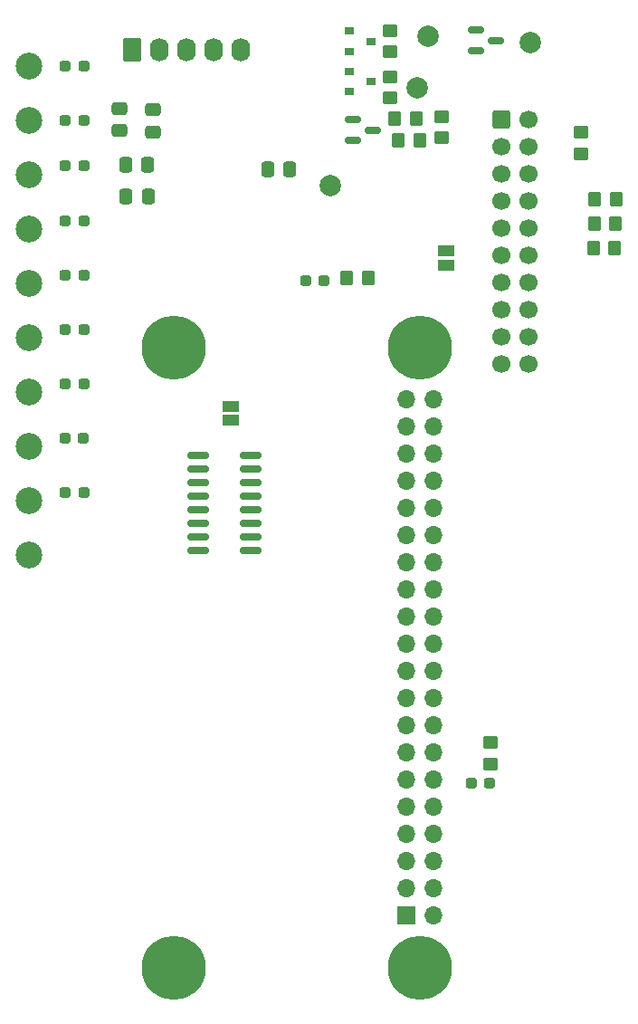
<source format=gbr>
%TF.GenerationSoftware,KiCad,Pcbnew,(6.0.1)*%
%TF.CreationDate,2022-02-13T18:34:14+00:00*%
%TF.ProjectId,module-processing,6d6f6475-6c65-42d7-9072-6f6365737369,rev?*%
%TF.SameCoordinates,Original*%
%TF.FileFunction,Soldermask,Top*%
%TF.FilePolarity,Negative*%
%FSLAX46Y46*%
G04 Gerber Fmt 4.6, Leading zero omitted, Abs format (unit mm)*
G04 Created by KiCad (PCBNEW (6.0.1)) date 2022-02-13 18:34:14*
%MOMM*%
%LPD*%
G01*
G04 APERTURE LIST*
G04 Aperture macros list*
%AMRoundRect*
0 Rectangle with rounded corners*
0 $1 Rounding radius*
0 $2 $3 $4 $5 $6 $7 $8 $9 X,Y pos of 4 corners*
0 Add a 4 corners polygon primitive as box body*
4,1,4,$2,$3,$4,$5,$6,$7,$8,$9,$2,$3,0*
0 Add four circle primitives for the rounded corners*
1,1,$1+$1,$2,$3*
1,1,$1+$1,$4,$5*
1,1,$1+$1,$6,$7*
1,1,$1+$1,$8,$9*
0 Add four rect primitives between the rounded corners*
20,1,$1+$1,$2,$3,$4,$5,0*
20,1,$1+$1,$4,$5,$6,$7,0*
20,1,$1+$1,$6,$7,$8,$9,0*
20,1,$1+$1,$8,$9,$2,$3,0*%
G04 Aperture macros list end*
%ADD10RoundRect,0.250000X0.337500X0.475000X-0.337500X0.475000X-0.337500X-0.475000X0.337500X-0.475000X0*%
%ADD11RoundRect,0.250000X0.475000X-0.337500X0.475000X0.337500X-0.475000X0.337500X-0.475000X-0.337500X0*%
%ADD12RoundRect,0.237500X-0.287500X-0.237500X0.287500X-0.237500X0.287500X0.237500X-0.287500X0.237500X0*%
%ADD13RoundRect,0.237500X0.287500X0.237500X-0.287500X0.237500X-0.287500X-0.237500X0.287500X-0.237500X0*%
%ADD14RoundRect,0.250000X-0.620000X-0.845000X0.620000X-0.845000X0.620000X0.845000X-0.620000X0.845000X0*%
%ADD15O,1.740000X2.190000*%
%ADD16RoundRect,0.250000X-0.600000X-0.600000X0.600000X-0.600000X0.600000X0.600000X-0.600000X0.600000X0*%
%ADD17C,1.700000*%
%ADD18R,0.900000X0.800000*%
%ADD19RoundRect,0.250000X-0.450000X0.350000X-0.450000X-0.350000X0.450000X-0.350000X0.450000X0.350000X0*%
%ADD20RoundRect,0.250000X0.450000X-0.350000X0.450000X0.350000X-0.450000X0.350000X-0.450000X-0.350000X0*%
%ADD21RoundRect,0.250000X-0.350000X-0.450000X0.350000X-0.450000X0.350000X0.450000X-0.350000X0.450000X0*%
%ADD22C,2.000000*%
%ADD23C,2.500000*%
%ADD24RoundRect,0.250000X0.350000X0.450000X-0.350000X0.450000X-0.350000X-0.450000X0.350000X-0.450000X0*%
%ADD25RoundRect,0.150000X-0.587500X-0.150000X0.587500X-0.150000X0.587500X0.150000X-0.587500X0.150000X0*%
%ADD26R,1.500000X1.000000*%
%ADD27RoundRect,0.150000X-0.825000X-0.150000X0.825000X-0.150000X0.825000X0.150000X-0.825000X0.150000X0*%
%ADD28C,6.000000*%
%ADD29R,1.700000X1.700000*%
%ADD30O,1.700000X1.700000*%
G04 APERTURE END LIST*
D10*
%TO.C,C1*%
X137907500Y-41670000D03*
X135832500Y-41670000D03*
%TD*%
%TO.C,C2*%
X137867500Y-38750000D03*
X135792500Y-38750000D03*
%TD*%
D11*
%TO.C,C4*%
X135250000Y-35515000D03*
X135250000Y-33440000D03*
%TD*%
%TO.C,C5*%
X138390000Y-35670000D03*
X138390000Y-33595000D03*
%TD*%
D12*
%TO.C,D1*%
X130152500Y-29490000D03*
X131902500Y-29490000D03*
%TD*%
%TO.C,D2*%
X130162500Y-34580000D03*
X131912500Y-34580000D03*
%TD*%
D13*
%TO.C,D4*%
X154404000Y-49530000D03*
X152654000Y-49530000D03*
%TD*%
D12*
%TO.C,D6*%
X130187500Y-43975000D03*
X131937500Y-43975000D03*
%TD*%
%TO.C,D7*%
X130162500Y-49075000D03*
X131912500Y-49075000D03*
%TD*%
%TO.C,D10*%
X130137500Y-64325000D03*
X131887500Y-64325000D03*
%TD*%
%TO.C,D11*%
X130162500Y-69375000D03*
X131912500Y-69375000D03*
%TD*%
D14*
%TO.C,J3*%
X136398000Y-28000000D03*
D15*
X138938000Y-28000000D03*
X141478000Y-28000000D03*
X144018000Y-28000000D03*
X146558000Y-28000000D03*
%TD*%
D16*
%TO.C,J1*%
X171000000Y-34500000D03*
D17*
X173540000Y-34500000D03*
X171000000Y-37040000D03*
X173540000Y-37040000D03*
X171000000Y-39580000D03*
X173540000Y-39580000D03*
X171000000Y-42120000D03*
X173540000Y-42120000D03*
X171000000Y-44660000D03*
X173540000Y-44660000D03*
X171000000Y-47200000D03*
X173540000Y-47200000D03*
X171000000Y-49740000D03*
X173540000Y-49740000D03*
X171000000Y-52280000D03*
X173540000Y-52280000D03*
X171000000Y-54820000D03*
X173540000Y-54820000D03*
X171000000Y-57360000D03*
X173540000Y-57360000D03*
%TD*%
D18*
%TO.C,Q1*%
X156750000Y-29972000D03*
X156750000Y-31872000D03*
X158750000Y-30922000D03*
%TD*%
%TO.C,Q3*%
X156750000Y-26228000D03*
X156750000Y-28128000D03*
X158750000Y-27178000D03*
%TD*%
D19*
%TO.C,R2*%
X160580000Y-30480000D03*
X160580000Y-32480000D03*
%TD*%
D20*
%TO.C,R6*%
X160574533Y-28164000D03*
X160574533Y-26164000D03*
%TD*%
D21*
%TO.C,R7*%
X156496000Y-49276000D03*
X158496000Y-49276000D03*
%TD*%
D22*
%TO.C,TP1*%
X163068000Y-31496000D03*
%TD*%
%TO.C,TP2*%
X173640000Y-27320000D03*
%TD*%
D12*
%TO.C,D5*%
X130165000Y-38815000D03*
X131915000Y-38815000D03*
%TD*%
D23*
%TO.C,H2*%
X126730000Y-29480000D03*
%TD*%
%TO.C,H1*%
X126730000Y-34570000D03*
%TD*%
%TO.C,H3*%
X126730000Y-39640000D03*
%TD*%
%TO.C,H4*%
X126740000Y-44730000D03*
%TD*%
%TO.C,H6*%
X126740000Y-54890000D03*
%TD*%
%TO.C,H9*%
X126730000Y-70130000D03*
%TD*%
%TO.C,H10*%
X126730000Y-75210000D03*
%TD*%
%TO.C,H5*%
X126730000Y-49810000D03*
%TD*%
%TO.C,H8*%
X126730000Y-65050000D03*
%TD*%
%TO.C,H7*%
X126730000Y-59970000D03*
%TD*%
D12*
%TO.C,D9*%
X130165000Y-59229533D03*
X131915000Y-59229533D03*
%TD*%
%TO.C,D8*%
X130162500Y-54150000D03*
X131912500Y-54150000D03*
%TD*%
D20*
%TO.C,R5*%
X169926000Y-94742000D03*
X169926000Y-92742000D03*
%TD*%
D13*
%TO.C,D3*%
X169898000Y-96520000D03*
X168148000Y-96520000D03*
%TD*%
D22*
%TO.C,TP3*%
X164084000Y-26670000D03*
%TD*%
D21*
%TO.C,R21*%
X161322000Y-36420000D03*
X163322000Y-36420000D03*
%TD*%
D24*
%TO.C,R16*%
X181578000Y-46482000D03*
X179578000Y-46482000D03*
%TD*%
D25*
%TO.C,Q4*%
X157065000Y-34530000D03*
X157065000Y-36430000D03*
X158940000Y-35480000D03*
%TD*%
D22*
%TO.C,TP4*%
X154940000Y-40640000D03*
%TD*%
D24*
%TO.C,R13*%
X181710000Y-41940000D03*
X179710000Y-41940000D03*
%TD*%
D26*
%TO.C,JP1*%
X165830000Y-46810000D03*
X165830000Y-48110000D03*
%TD*%
D10*
%TO.C,C3*%
X151175000Y-39130000D03*
X149100000Y-39130000D03*
%TD*%
D24*
%TO.C,R14*%
X181670000Y-44230000D03*
X179670000Y-44230000D03*
%TD*%
D19*
%TO.C,R15*%
X178430000Y-35710000D03*
X178430000Y-37710000D03*
%TD*%
D20*
%TO.C,R4*%
X165354000Y-36210000D03*
X165354000Y-34210000D03*
%TD*%
D25*
%TO.C,Q2*%
X168615000Y-26140000D03*
X168615000Y-28040000D03*
X170490000Y-27090000D03*
%TD*%
D27*
%TO.C,U1*%
X142559000Y-65913000D03*
X142559000Y-67183000D03*
X142559000Y-68453000D03*
X142559000Y-69723000D03*
X142559000Y-70993000D03*
X142559000Y-72263000D03*
X142559000Y-73533000D03*
X142559000Y-74803000D03*
X147509000Y-74803000D03*
X147509000Y-73533000D03*
X147509000Y-72263000D03*
X147509000Y-70993000D03*
X147509000Y-69723000D03*
X147509000Y-68453000D03*
X147509000Y-67183000D03*
X147509000Y-65913000D03*
%TD*%
D21*
%TO.C,R18*%
X160970000Y-34410000D03*
X162970000Y-34410000D03*
%TD*%
D26*
%TO.C,JP2*%
X145660000Y-61290000D03*
X145660000Y-62590000D03*
%TD*%
D28*
%TO.C,J2*%
X140322000Y-113792000D03*
X163322000Y-55792000D03*
X163322000Y-113792000D03*
X140322000Y-55792000D03*
D29*
X162052000Y-108922000D03*
D30*
X164592000Y-108922000D03*
X162052000Y-106382000D03*
X164592000Y-106382000D03*
X162052000Y-103842000D03*
X164592000Y-103842000D03*
X162052000Y-101302000D03*
X164592000Y-101302000D03*
X162052000Y-98762000D03*
X164592000Y-98762000D03*
X162052000Y-96222000D03*
X164592000Y-96222000D03*
X162052000Y-93682000D03*
X164592000Y-93682000D03*
X162052000Y-91142000D03*
X164592000Y-91142000D03*
X162052000Y-88602000D03*
X164592000Y-88602000D03*
X162052000Y-86062000D03*
X164592000Y-86062000D03*
X162052000Y-83522000D03*
X164592000Y-83522000D03*
X162052000Y-80982000D03*
X164592000Y-80982000D03*
X162052000Y-78442000D03*
X164592000Y-78442000D03*
X162052000Y-75902000D03*
X164592000Y-75902000D03*
X162052000Y-73362000D03*
X164592000Y-73362000D03*
X162052000Y-70822000D03*
X164592000Y-70822000D03*
X162052000Y-68282000D03*
X164592000Y-68282000D03*
X162052000Y-65742000D03*
X164592000Y-65742000D03*
X162052000Y-63202000D03*
X164592000Y-63202000D03*
X162052000Y-60662000D03*
X164592000Y-60662000D03*
%TD*%
M02*

</source>
